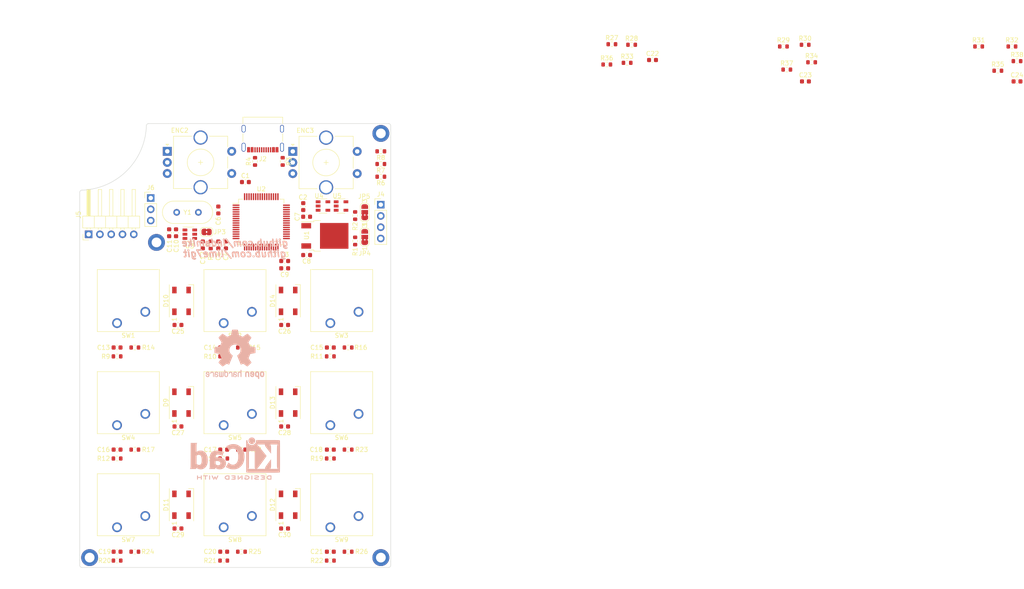
<source format=kicad_pcb>
(kicad_pcb (version 20171130) (host pcbnew "(5.1.9)-1")
  (layers (0 F.Cu signal) (31 B.Cu signal) (34 B.Paste user) (35 F.Paste user) (36 B.SilkS user) (37 F.SilkS user) (38 B.Mask user) (39 F.Mask user) (44 Edge.Cuts user))
  (net 0 "")
  (net 1 GND)
  (net 2 +3V3)
  (net 3 +5V)
  (net 4 "Net-(C9-Pad2)")
  (net 5 "Net-(C10-Pad1)")
  (net 6 "Net-(C11-Pad1)")
  (net 7 RST)
  (net 8 "Net-(C13-Pad1)")
  (net 9 "Net-(C14-Pad1)")
  (net 10 "Net-(C15-Pad1)")
  (net 11 "Net-(C16-Pad1)")
  (net 12 "Net-(C17-Pad1)")
  (net 13 "Net-(C18-Pad1)")
  (net 14 "Net-(C19-Pad1)")
  (net 15 "Net-(C20-Pad1)")
  (net 16 "Net-(C21-Pad1)")
  (net 17 "Net-(C22-Pad1)")
  (net 18 "Net-(C23-Pad1)")
  (net 19 "Net-(C24-Pad1)")
  (net 20 AMBILIGHT_LEDS)
  (net 21 "Net-(D11-Pad2)")
  (net 22 "Net-(D12-Pad2)")
  (net 23 "Net-(D13-Pad2)")
  (net 24 "Net-(J2-PadB5)")
  (net 25 "Net-(J2-PadA5)")
  (net 26 USB_DP)
  (net 27 USB_DM)
  (net 28 SWD_CLK)
  (net 29 SWD_DIO)
  (net 30 EXTERNAL_LEDS)
  (net 31 "Net-(JP3-Pad1)")
  (net 32 BOOT0)
  (net 33 BOOT1)
  (net 34 I2C_SDA_EEPROM)
  (net 35 I2C_SCL_EEPROM)
  (net 36 I2C_SCL_WP)
  (net 37 Button_1)
  (net 38 Button_2)
  (net 39 Button_3)
  (net 40 Button_4)
  (net 41 Button_5)
  (net 42 Button_6)
  (net 43 Button_7)
  (net 44 Button_8)
  (net 45 Button_9)
  (net 46 ENC_01_B)
  (net 47 ENC_01_A)
  (net 48 ENC_02_B)
  (net 49 ENC_02_A)
  (net 50 ENC_03_B)
  (net 51 ENC_03_A)
  (net 52 ENC_01_btn)
  (net 53 ENC_02_btn)
  (net 54 ENC_03_btn)
  (net 55 "Net-(D11-Pad4)")
  (net 56 "Net-(D10-Pad2)")
  (net 57 "Net-(D14-Pad2)")
  (net 58 "Net-(J2-PadA8)")
  (net 59 "Net-(J2-PadB8)")
  (net 60 "Net-(U2-Pad56)")
  (net 61 "Net-(U2-Pad55)")
  (net 62 "Net-(U2-Pad54)")
  (net 63 "Net-(U2-Pad50)")
  (net 64 "Net-(U2-Pad43)")
  (net 65 "Net-(U2-Pad40)")
  (net 66 "Net-(U2-Pad36)")
  (net 67 "Net-(U2-Pad35)")
  (net 68 "Net-(U2-Pad34)")
  (net 69 "Net-(U2-Pad33)")
  (net 70 "Net-(U2-Pad29)")
  (net 71 "Net-(U2-Pad27)")
  (net 72 "Net-(U2-Pad26)")
  (net 73 "Net-(U2-Pad21)")
  (net 74 "Net-(U2-Pad20)")
  (net 75 "Net-(U2-Pad17)")
  (net 76 "Net-(U2-Pad16)")
  (net 77 "Net-(U2-Pad4)")
  (net 78 "Net-(U2-Pad3)")
  (net 79 "Net-(U2-Pad2)")
  (net 80 "Net-(JP4-Pad2)")
  (net 81 "Net-(JP5-Pad2)")
  (module Symbol:OSHW-Logo2_14.6x12mm_SilkScreen (layer B.Cu) (at 89.540001 97.028 180)
    (fp_text reference REF** hide)
    (fp_text value OSHW-Logo2_14.6x12mm_SilkScreen hide)
  )
  (module Symbol:KiCad-Logo2_8mm_SilkScreen (layer B.Cu) (at 89.549893 119.6975 180)
    (fp_text reference REF** hide)
    (fp_text value KiCad-Logo2_8mm_SilkScreen hide)
  )
  (module Resistor_SMD:R_0603_1608Metric (layer F.Cu) (at 63 143.5)
    (fp_text reference R20 (at -2.802 0.01) (layer F.SilkS))
    (fp_text value R)
    (pad 2 smd roundrect (at 0.825 0) (size 0.8 0.95) (layers F.Cu F.Paste F.Mask) (net 14 "Net-(C19-Pad1)"))
    (pad 1 smd roundrect (at -0.825 0) (size 0.8 0.95) (layers F.Cu F.Paste F.Mask) (net 2 +3V3))
  )
  (module Resistor_SMD:R_0603_1608Metric (layer F.Cu) (at 111 120.5)
    (fp_text reference R19 (at -3.048 0) (layer F.SilkS))
    (fp_text value R)
    (pad 2 smd roundrect (at 0.825 0) (size 0.8 0.95) (layers F.Cu F.Paste F.Mask) (net 13 "Net-(C18-Pad1)"))
    (pad 1 smd roundrect (at -0.825 0) (size 0.8 0.95) (layers F.Cu F.Paste F.Mask) (net 2 +3V3))
  )
  (module Resistor_SMD:R_0603_1608Metric (layer F.Cu) (at 91 118.5)
    (fp_text reference R18 (at 3.048 -0.009) (layer F.SilkS))
    (fp_text value R)
    (pad 2 smd roundrect (at 0.825 0) (size 0.8 0.95) (layers F.Cu F.Paste F.Mask) (net 41 Button_5))
    (pad 1 smd roundrect (at -0.825 0) (size 0.8 0.95) (layers F.Cu F.Paste F.Mask) (net 12 "Net-(C17-Pad1)"))
  )
  (module Resistor_SMD:R_0603_1608Metric (layer F.Cu) (at 67 118.5)
    (fp_text reference R17 (at 3.048 0) (layer F.SilkS))
    (fp_text value R)
    (pad 2 smd roundrect (at 0.825 0) (size 0.8 0.95) (layers F.Cu F.Paste F.Mask) (net 40 Button_4))
    (pad 1 smd roundrect (at -0.825 0) (size 0.8 0.95) (layers F.Cu F.Paste F.Mask) (net 11 "Net-(C16-Pad1)"))
  )
  (module Resistor_SMD:R_0603_1608Metric (layer F.Cu) (at 115 95.5)
    (fp_text reference R16 (at 2.856 0.004) (layer F.SilkS))
    (fp_text value R)
    (pad 2 smd roundrect (at 0.825 0) (size 0.8 0.95) (layers F.Cu F.Paste F.Mask) (net 39 Button_3))
    (pad 1 smd roundrect (at -0.825 0) (size 0.8 0.95) (layers F.Cu F.Paste F.Mask) (net 10 "Net-(C15-Pad1)"))
  )
  (module Button_Switch_Keyboard:SW_Cherry_MX_1.00u_PCB (layer F.Cu) (at 63 136 180)
    (fp_text reference SW7 (at -2.54 -2.794) (layer F.SilkS))
    (fp_text value SW_Push)
    (pad "" np_thru_hole circle (at 2.54 5.08 180) (size 1.7 1.7) (drill 1.7) (layers *.Cu *.Mask))
    (pad "" np_thru_hole circle (at -7.62 5.08 180) (size 1.7 1.7) (drill 1.7) (layers *.Cu *.Mask))
    (pad "" np_thru_hole circle (at -2.54 5.08 180) (size 4 4) (drill 4) (layers *.Cu *.Mask))
    (pad 2 thru_hole circle (at -6.35 2.54 180) (size 2.2 2.2) (drill 1.5) (layers *.Cu *.Mask) (net 1 GND))
    (pad 1 thru_hole circle (at 0 0 180) (size 2.2 2.2) (drill 1.5) (layers *.Cu *.Mask) (net 14 "Net-(C19-Pad1)"))
  )
  (module Button_Switch_Keyboard:SW_Cherry_MX_1.00u_PCB (layer F.Cu) (at 63 113 180)
    (fp_text reference SW4 (at -2.54 -2.794) (layer F.SilkS))
    (fp_text value SW_Push)
    (pad "" np_thru_hole circle (at 2.54 5.08 180) (size 1.7 1.7) (drill 1.7) (layers *.Cu *.Mask))
    (pad "" np_thru_hole circle (at -7.62 5.08 180) (size 1.7 1.7) (drill 1.7) (layers *.Cu *.Mask))
    (pad "" np_thru_hole circle (at -2.54 5.08 180) (size 4 4) (drill 4) (layers *.Cu *.Mask))
    (pad 2 thru_hole circle (at -6.35 2.54 180) (size 2.2 2.2) (drill 1.5) (layers *.Cu *.Mask) (net 1 GND))
    (pad 1 thru_hole circle (at 0 0 180) (size 2.2 2.2) (drill 1.5) (layers *.Cu *.Mask) (net 11 "Net-(C16-Pad1)"))
  )
  (module Button_Switch_Keyboard:SW_Cherry_MX_1.00u_PCB (layer F.Cu) (at 111 136 180)
    (fp_text reference SW9 (at -2.54 -2.794) (layer F.SilkS))
    (fp_text value SW_Push)
    (pad "" np_thru_hole circle (at 2.54 5.08 180) (size 1.7 1.7) (drill 1.7) (layers *.Cu *.Mask))
    (pad "" np_thru_hole circle (at -7.62 5.08 180) (size 1.7 1.7) (drill 1.7) (layers *.Cu *.Mask))
    (pad "" np_thru_hole circle (at -2.54 5.08 180) (size 4 4) (drill 4) (layers *.Cu *.Mask))
    (pad 2 thru_hole circle (at -6.35 2.54 180) (size 2.2 2.2) (drill 1.5) (layers *.Cu *.Mask) (net 1 GND))
    (pad 1 thru_hole circle (at 0 0 180) (size 2.2 2.2) (drill 1.5) (layers *.Cu *.Mask) (net 16 "Net-(C21-Pad1)"))
  )
  (module Button_Switch_Keyboard:SW_Cherry_MX_1.00u_PCB (layer F.Cu) (at 87 136 180)
    (fp_text reference SW8 (at -2.54 -2.794) (layer F.SilkS))
    (fp_text value SW_Push)
    (pad "" np_thru_hole circle (at 2.54 5.08 180) (size 1.7 1.7) (drill 1.7) (layers *.Cu *.Mask))
    (pad "" np_thru_hole circle (at -7.62 5.08 180) (size 1.7 1.7) (drill 1.7) (layers *.Cu *.Mask))
    (pad "" np_thru_hole circle (at -2.54 5.08 180) (size 4 4) (drill 4) (layers *.Cu *.Mask))
    (pad 2 thru_hole circle (at -6.35 2.54 180) (size 2.2 2.2) (drill 1.5) (layers *.Cu *.Mask) (net 1 GND))
    (pad 1 thru_hole circle (at 0 0 180) (size 2.2 2.2) (drill 1.5) (layers *.Cu *.Mask) (net 15 "Net-(C20-Pad1)"))
  )
  (module Button_Switch_Keyboard:SW_Cherry_MX_1.00u_PCB (layer F.Cu) (at 111 113 180)
    (fp_text reference SW6 (at -2.54 -2.794) (layer F.SilkS))
    (fp_text value SW_Push)
    (pad "" np_thru_hole circle (at 2.54 5.08 180) (size 1.7 1.7) (drill 1.7) (layers *.Cu *.Mask))
    (pad "" np_thru_hole circle (at -7.62 5.08 180) (size 1.7 1.7) (drill 1.7) (layers *.Cu *.Mask))
    (pad "" np_thru_hole circle (at -2.54 5.08 180) (size 4 4) (drill 4) (layers *.Cu *.Mask))
    (pad 2 thru_hole circle (at -6.35 2.54 180) (size 2.2 2.2) (drill 1.5) (layers *.Cu *.Mask) (net 1 GND))
    (pad 1 thru_hole circle (at 0 0 180) (size 2.2 2.2) (drill 1.5) (layers *.Cu *.Mask) (net 13 "Net-(C18-Pad1)"))
  )
  (module Button_Switch_Keyboard:SW_Cherry_MX_1.00u_PCB (layer F.Cu) (at 87 113 180)
    (fp_text reference SW5 (at -2.54 -2.794) (layer F.SilkS))
    (fp_text value SW_Push)
    (pad "" np_thru_hole circle (at 2.54 5.08 180) (size 1.7 1.7) (drill 1.7) (layers *.Cu *.Mask))
    (pad "" np_thru_hole circle (at -7.62 5.08 180) (size 1.7 1.7) (drill 1.7) (layers *.Cu *.Mask))
    (pad "" np_thru_hole circle (at -2.54 5.08 180) (size 4 4) (drill 4) (layers *.Cu *.Mask))
    (pad 2 thru_hole circle (at -6.35 2.54 180) (size 2.2 2.2) (drill 1.5) (layers *.Cu *.Mask) (net 1 GND))
    (pad 1 thru_hole circle (at 0 0 180) (size 2.2 2.2) (drill 1.5) (layers *.Cu *.Mask) (net 12 "Net-(C17-Pad1)"))
  )
  (module Button_Switch_Keyboard:SW_Cherry_MX_1.00u_PCB (layer F.Cu) (at 111 90 180)
    (fp_text reference SW3 (at -2.54 -2.794) (layer F.SilkS))
    (fp_text value SW_Push3)
    (pad "" np_thru_hole circle (at 2.54 5.08 180) (size 1.7 1.7) (drill 1.7) (layers *.Cu *.Mask))
    (pad "" np_thru_hole circle (at -7.62 5.08 180) (size 1.7 1.7) (drill 1.7) (layers *.Cu *.Mask))
    (pad "" np_thru_hole circle (at -2.54 5.08 180) (size 4 4) (drill 4) (layers *.Cu *.Mask))
    (pad 2 thru_hole circle (at -6.35 2.54 180) (size 2.2 2.2) (drill 1.5) (layers *.Cu *.Mask) (net 1 GND))
    (pad 1 thru_hole circle (at 0 0 180) (size 2.2 2.2) (drill 1.5) (layers *.Cu *.Mask) (net 10 "Net-(C15-Pad1)"))
  )
  (module Button_Switch_Keyboard:SW_Cherry_MX_1.00u_PCB (layer F.Cu) (at 87 90 180)
    (fp_text reference SW2 (at -2.54 -2.794) (layer F.SilkS))
    (fp_text value SW_Push2)
    (pad "" np_thru_hole circle (at 2.54 5.08 180) (size 1.7 1.7) (drill 1.7) (layers *.Cu *.Mask))
    (pad "" np_thru_hole circle (at -7.62 5.08 180) (size 1.7 1.7) (drill 1.7) (layers *.Cu *.Mask))
    (pad "" np_thru_hole circle (at -2.54 5.08 180) (size 4 4) (drill 4) (layers *.Cu *.Mask))
    (pad 2 thru_hole circle (at -6.35 2.54 180) (size 2.2 2.2) (drill 1.5) (layers *.Cu *.Mask) (net 1 GND))
    (pad 1 thru_hole circle (at 0 0 180) (size 2.2 2.2) (drill 1.5) (layers *.Cu *.Mask) (net 9 "Net-(C14-Pad1)"))
  )
  (module Jumper:SolderJumper-3_P1.3mm_Bridged2Bar12_RoundedPad1.0x1.5mm_NumberLabels (layer F.Cu) (at 118.745 65.024 90)
    (fp_text reference JP5 (at 3.556 -0.127 180) (layer F.SilkS))
    (fp_text value SolderJumper_3_Open)
    (fp_poly (pts (xy -0.9 0.2) (xy -0.4 0.2) (xy -0.4 0.6) (xy -0.9 0.6)) (layer F.Cu) (width 0))
    (fp_poly (pts (xy -0.9 -0.6) (xy -0.4 -0.6) (xy -0.4 -0.2) (xy -0.9 -0.2)) (layer F.Cu) (width 0))
    (fp_text user 1 (at -2.6 0 90) (layer F.SilkS))
    (fp_text user 3 (at 2.6 0 90) (layer F.SilkS))
    (pad 1 smd custom (at -1.3 0 90) (size 1 0.5) (layers F.Cu F.Mask) (net 1 GND) (options (clearance outline) (anchor rect)) (primitives (gr_circle (center 0 0.25) (end 0.5 0.25) (width 0)) (gr_circle (center 0 -0.25) (end 0.5 -0.25) (width 0)) (gr_poly (pts (xy 0.55 -0.75) (xy 0 -0.75) (xy 0 0.75) (xy 0.55 0.75)) (width 0))))
    (pad 2 smd rect (at 0 0 90) (size 1 1.5) (layers F.Cu F.Mask) (net 81 "Net-(JP5-Pad2)"))
    (pad 3 smd custom (at 1.3 0 90) (size 1 0.5) (layers F.Cu F.Mask) (net 2 +3V3) (options (clearance outline) (anchor rect)) (primitives (gr_circle (center 0 0.25) (end 0.5 0.25) (width 0)) (gr_circle (center 0 -0.25) (end 0.5 -0.25) (width 0)) (gr_poly (pts (xy -0.55 -0.75) (xy 0 -0.75) (xy 0 0.75) (xy -0.55 0.75)) (width 0))))
  )
  (module Jumper:SolderJumper-3_P1.3mm_Bridged2Bar12_RoundedPad1.0x1.5mm_NumberLabels (layer F.Cu) (at 118.745 70.612 90)
    (fp_text reference JP4 (at -3.683 0 180) (layer F.SilkS))
    (fp_text value SolderJumper_3_Open)
    (fp_poly (pts (xy -0.9 0.2) (xy -0.4 0.2) (xy -0.4 0.6) (xy -0.9 0.6)) (layer F.Cu) (width 0))
    (fp_poly (pts (xy -0.9 -0.6) (xy -0.4 -0.6) (xy -0.4 -0.2) (xy -0.9 -0.2)) (layer F.Cu) (width 0))
    (fp_text user 1 (at -2.6 0 90) (layer F.SilkS))
    (fp_text user 3 (at 2.6 0 90) (layer F.SilkS))
    (pad 1 smd custom (at -1.3 0 90) (size 1 0.5) (layers F.Cu F.Mask) (net 2 +3V3) (options (clearance outline) (anchor rect)) (primitives (gr_circle (center 0 0.25) (end 0.5 0.25) (width 0)) (gr_circle (center 0 -0.25) (end 0.5 -0.25) (width 0)) (gr_poly (pts (xy 0.55 -0.75) (xy 0 -0.75) (xy 0 0.75) (xy 0.55 0.75)) (width 0))))
    (pad 2 smd rect (at 0 0 90) (size 1 1.5) (layers F.Cu F.Mask) (net 80 "Net-(JP4-Pad2)"))
    (pad 3 smd custom (at 1.3 0 90) (size 1 0.5) (layers F.Cu F.Mask) (net 1 GND) (options (clearance outline) (anchor rect)) (primitives (gr_circle (center 0 0.25) (end 0.5 0.25) (width 0)) (gr_circle (center 0 -0.25) (end 0.5 -0.25) (width 0)) (gr_poly (pts (xy -0.55 -0.75) (xy 0 -0.75) (xy 0 0.75) (xy -0.55 0.75)) (width 0))))
  )
  (module MountingHole:MountingHole_2.2mm_M2_DIN965_Pad (layer F.Cu) (at 71.875 71.825)
    (fp_text reference REF** hide)
    (fp_text value MountingHole_2.2mm_M2_DIN965_Pad hide)
    (pad 1 thru_hole circle (at 0 0) (size 3.8 3.8) (drill 2.2) (layers *.Cu *.Mask))
  )
  (module MountingHole:MountingHole_2.2mm_M2_DIN965_Pad (layer F.Cu) (at 122.375 142.825)
    (fp_text reference REF** hide)
    (fp_text value MountingHole_2.2mm_M2_DIN965_Pad hide)
    (pad 1 thru_hole circle (at 0 0) (size 3.8 3.8) (drill 2.2) (layers *.Cu *.Mask))
  )
  (module MountingHole:MountingHole_2.2mm_M2_DIN965_Pad (layer F.Cu) (at 56.825 142.825)
    (fp_text reference REF** hide)
    (fp_text value MountingHole_2.2mm_M2_DIN965_Pad hide)
    (pad 1 thru_hole circle (at 0 0) (size 3.8 3.8) (drill 2.2) (layers *.Cu *.Mask))
  )
  (module MountingHole:MountingHole_2.2mm_M2_DIN965_Pad (layer F.Cu) (at 122.375 47.275)
    (fp_text reference REF** hide)
    (fp_text value MountingHole_2.2mm_M2_DIN965_Pad hide)
    (pad 1 thru_hole circle (at 0 0) (size 3.8 3.8) (drill 2.2) (layers *.Cu *.Mask))
  )
  (module Connector_PinHeader_2.54mm:PinHeader_1x05_P2.54mm_Horizontal (layer F.Cu) (at 56.6 70 90)
    (fp_text reference J5 (at 4.385 -2.27 90) (layer F.SilkS))
    (fp_text value Conn_01x05_Male)
    (pad 5 thru_hole oval (at 0 10.16 90) (size 1.7 1.7) (drill 1) (layers *.Cu *.Mask) (net 1 GND))
    (pad 4 thru_hole oval (at 0 7.62 90) (size 1.7 1.7) (drill 1) (layers *.Cu *.Mask) (net 1 GND))
    (pad 3 thru_hole oval (at 0 5.08 90) (size 1.7 1.7) (drill 1) (layers *.Cu *.Mask) (net 17 "Net-(C22-Pad1)"))
    (pad 2 thru_hole oval (at 0 2.54 90) (size 1.7 1.7) (drill 1) (layers *.Cu *.Mask) (net 47 ENC_01_A))
    (pad 1 thru_hole rect (at 0 0 90) (size 1.7 1.7) (drill 1) (layers *.Cu *.Mask) (net 46 ENC_01_B))
  )
  (module Button_Switch_Keyboard:SW_Cherry_MX_1.00u_PCB (layer F.Cu) (at 63 90 180)
    (fp_text reference SW1 (at -2.54 -2.794) (layer F.SilkS))
    (fp_text value SW_Push1)
    (pad "" np_thru_hole circle (at 2.54 5.08 180) (size 1.7 1.7) (drill 1.7) (layers *.Cu *.Mask))
    (pad "" np_thru_hole circle (at -7.62 5.08 180) (size 1.7 1.7) (drill 1.7) (layers *.Cu *.Mask))
    (pad "" np_thru_hole circle (at -2.54 5.08 180) (size 4 4) (drill 4) (layers *.Cu *.Mask))
    (pad 2 thru_hole circle (at -6.35 2.54 180) (size 2.2 2.2) (drill 1.5) (layers *.Cu *.Mask) (net 1 GND))
    (pad 1 thru_hole circle (at 0 0 180) (size 2.2 2.2) (drill 1.5) (layers *.Cu *.Mask) (net 8 "Net-(C13-Pad1)"))
  )
  (module Crystal:Crystal_HC49-U_Vertical (layer F.Cu) (at 81.3 65.05 180)
    (fp_text reference Y1 (at 2.45 0) (layer F.SilkS))
    (fp_text value Crystal_Small)
    (pad 2 thru_hole circle (at 4.88 0 180) (size 1.5 1.5) (drill 0.8) (layers *.Cu *.Mask) (net 6 "Net-(C11-Pad1)"))
    (pad 1 thru_hole circle (at 0 0 180) (size 1.5 1.5) (drill 0.8) (layers *.Cu *.Mask) (net 5 "Net-(C10-Pad1)"))
  )
  (module Package_TO_SOT_SMD:SOT-23-5 (layer F.Cu) (at 113.411 63.627)
    (fp_text reference U5 (at -0.889 -2.286) (layer F.SilkS))
    (fp_text value AT24CS02-STUM)
    (pad 5 smd rect (at 1.1 -0.95) (size 1.06 0.65) (layers F.Cu F.Paste F.Mask) (net 36 I2C_SCL_WP))
    (pad 4 smd rect (at 1.1 0.95) (size 1.06 0.65) (layers F.Cu F.Paste F.Mask) (net 2 +3V3))
    (pad 3 smd rect (at -1.1 0.95) (size 1.06 0.65) (layers F.Cu F.Paste F.Mask) (net 34 I2C_SDA_EEPROM))
    (pad 2 smd rect (at -1.1 0) (size 1.06 0.65) (layers F.Cu F.Paste F.Mask) (net 1 GND))
    (pad 1 smd rect (at -1.1 -0.95) (size 1.06 0.65) (layers F.Cu F.Paste F.Mask) (net 35 I2C_SCL_EEPROM))
  )
  (module Package_TO_SOT_SMD:SOT-23-5 (layer F.Cu) (at 109.347 63.627)
    (fp_text reference U4 (at -0.889 -2.286) (layer F.SilkS))
    (fp_text value AT24CS02-STUM)
    (pad 5 smd rect (at 1.1 -0.95) (size 1.06 0.65) (layers F.Cu F.Paste F.Mask) (net 36 I2C_SCL_WP))
    (pad 4 smd rect (at 1.1 0.95) (size 1.06 0.65) (layers F.Cu F.Paste F.Mask) (net 2 +3V3))
    (pad 3 smd rect (at -1.1 0.95) (size 1.06 0.65) (layers F.Cu F.Paste F.Mask) (net 34 I2C_SDA_EEPROM))
    (pad 2 smd rect (at -1.1 0) (size 1.06 0.65) (layers F.Cu F.Paste F.Mask) (net 1 GND))
    (pad 1 smd rect (at -1.1 -0.95) (size 1.06 0.65) (layers F.Cu F.Paste F.Mask) (net 35 I2C_SCL_EEPROM))
  )
  (module Package_TO_SOT_SMD:SOT-23-6 (layer F.Cu) (at 79.375 69.977)
    (fp_text reference U3 (at 0 2.667) (layer F.SilkS))
    (fp_text value 74LVC1G332)
    (pad 5 smd rect (at 1.1 0) (size 1.06 0.65) (layers F.Cu F.Paste F.Mask) (net 2 +3V3))
    (pad 6 smd rect (at 1.1 -0.95) (size 1.06 0.65) (layers F.Cu F.Paste F.Mask) (net 37 Button_1))
    (pad 4 smd rect (at 1.1 0.95) (size 1.06 0.65) (layers F.Cu F.Paste F.Mask) (net 31 "Net-(JP3-Pad1)"))
    (pad 3 smd rect (at -1.1 0.95) (size 1.06 0.65) (layers F.Cu F.Paste F.Mask) (net 45 Button_9))
    (pad 2 smd rect (at -1.1 0) (size 1.06 0.65) (layers F.Cu F.Paste F.Mask) (net 1 GND))
    (pad 1 smd rect (at -1.1 -0.95) (size 1.06 0.65) (layers F.Cu F.Paste F.Mask) (net 41 Button_5))
  )
  (module Package_QFP:LQFP-64_10x10mm_P0.5mm (layer F.Cu) (at 95.45 67.2)
    (fp_text reference U2 (at 0 -7.4) (layer F.SilkS))
    (fp_text value STM32F401RCTx)
    (pad 64 smd roundrect (at -3.75 -5.675) (size 0.3 1.55) (layers F.Cu F.Paste F.Mask) (net 2 +3V3))
    (pad 63 smd roundrect (at -3.25 -5.675) (size 0.3 1.55) (layers F.Cu F.Paste F.Mask) (net 1 GND))
    (pad 62 smd roundrect (at -2.75 -5.675) (size 0.3 1.55) (layers F.Cu F.Paste F.Mask) (net 20 AMBILIGHT_LEDS))
    (pad 61 smd roundrect (at -2.25 -5.675) (size 0.3 1.55) (layers F.Cu F.Paste F.Mask) (net 30 EXTERNAL_LEDS))
    (pad 60 smd roundrect (at -1.75 -5.675) (size 0.3 1.55) (layers F.Cu F.Paste F.Mask) (net 32 BOOT0))
    (pad 59 smd roundrect (at -1.25 -5.675) (size 0.3 1.55) (layers F.Cu F.Paste F.Mask) (net 34 I2C_SDA_EEPROM))
    (pad 58 smd roundrect (at -0.75 -5.675) (size 0.3 1.55) (layers F.Cu F.Paste F.Mask) (net 35 I2C_SCL_EEPROM))
    (pad 57 smd roundrect (at -0.25 -5.675) (size 0.3 1.55) (layers F.Cu F.Paste F.Mask) (net 36 I2C_SCL_WP))
    (pad 56 smd roundrect (at 0.25 -5.675) (size 0.3 1.55) (layers F.Cu F.Paste F.Mask) (net 60 "Net-(U2-Pad56)"))
    (pad 55 smd roundrect (at 0.75 -5.675) (size 0.3 1.55) (layers F.Cu F.Paste F.Mask) (net 61 "Net-(U2-Pad55)"))
    (pad 54 smd roundrect (at 1.25 -5.675) (size 0.3 1.55) (layers F.Cu F.Paste F.Mask) (net 62 "Net-(U2-Pad54)"))
    (pad 53 smd roundrect (at 1.75 -5.675) (size 0.3 1.55) (layers F.Cu F.Paste F.Mask) (net 54 ENC_03_btn))
    (pad 52 smd roundrect (at 2.25 -5.675) (size 0.3 1.55) (layers F.Cu F.Paste F.Mask) (net 53 ENC_02_btn))
    (pad 51 smd roundrect (at 2.75 -5.675) (size 0.3 1.55) (layers F.Cu F.Paste F.Mask) (net 52 ENC_01_btn))
    (pad 50 smd roundrect (at 3.25 -5.675) (size 0.3 1.55) (layers F.Cu F.Paste F.Mask) (net 63 "Net-(U2-Pad50)"))
    (pad 49 smd roundrect (at 3.75 -5.675) (size 0.3 1.55) (layers F.Cu F.Paste F.Mask) (net 28 SWD_CLK))
    (pad 48 smd roundrect (at 5.675 -3.75) (size 1.55 0.3) (layers F.Cu F.Paste F.Mask) (net 2 +3V3))
    (pad 47 smd roundrect (at 5.675 -3.25) (size 1.55 0.3) (layers F.Cu F.Paste F.Mask) (net 1 GND))
    (pad 46 smd roundrect (at 5.675 -2.75) (size 1.55 0.3) (layers F.Cu F.Paste F.Mask) (net 29 SWD_DIO))
    (pad 45 smd roundrect (at 5.675 -2.25) (size 1.55 0.3) (layers F.Cu F.Paste F.Mask) (net 27 USB_DM))
    (pad 44 smd roundrect (at 5.675 -1.75) (size 1.55 0.3) (layers F.Cu F.Paste F.Mask) (net 26 USB_DP))
    (pad 43 smd roundrect (at 5.675 -1.25) (size 1.55 0.3) (layers F.Cu F.Paste F.Mask) (net 64 "Net-(U2-Pad43)"))
    (pad 42 smd roundrect (at 5.675 -0.75) (size 1.55 0.3) (layers F.Cu F.Paste F.Mask) (net 50 ENC_03_B))
    (pad 41 smd roundrect (at 5.675 -0.25) (size 1.55 0.3) (layers F.Cu F.Paste F.Mask) (net 51 ENC_03_A))
    (pad 40 smd roundrect (at 5.675 0.25) (size 1.55 0.3) (layers F.Cu F.Paste F.Mask) (net 65 "Net-(U2-Pad40)"))
    (pad 39 smd roundrect (at 5.675 0.75) (size 1.55 0.3) (layers F.Cu F.Paste F.Mask) (net 45 Button_9))
    (pad 38 smd roundrect (at 5.675 1.25) (size 1.55 0.3) (layers F.Cu F.Paste F.Mask) (net 44 Button_8))
    (pad 37 smd roundrect (at 5.675 1.75) (size 1.55 0.3) (layers F.Cu F.Paste F.Mask) (net 43 Button_7))
    (pad 36 smd roundrect (at 5.675 2.25) (size 1.55 0.3) (layers F.Cu F.Paste F.Mask) (net 66 "Net-(U2-Pad36)"))
    (pad 35 smd roundrect (at 5.675 2.75) (size 1.55 0.3) (layers F.Cu F.Paste F.Mask) (net 67 "Net-(U2-Pad35)"))
    (pad 34 smd roundrect (at 5.675 3.25) (size 1.55 0.3) (layers F.Cu F.Paste F.Mask) (net 68 "Net-(U2-Pad34)"))
    (pad 33 smd roundrect (at 5.675 3.75) (size 1.55 0.3) (layers F.Cu F.Paste F.Mask) (net 69 "Net-(U2-Pad33)"))
    (pad 32 smd roundrect (at 3.75 5.675) (size 0.3 1.55) (layers F.Cu F.Paste F.Mask) (net 2 +3V3))
    (pad 31 smd roundrect (at 3.25 5.675) (size 0.3 1.55) (layers F.Cu F.Paste F.Mask) (net 1 GND))
    (pad 30 smd roundrect (at 2.75 5.675) (size 0.3 1.55) (layers F.Cu F.Paste F.Mask) (net 4 "Net-(C9-Pad2)"))
    (pad 29 smd roundrect (at 2.25 5.675) (size 0.3 1.55) (layers F.Cu F.Paste F.Mask) (net 70 "Net-(U2-Pad29)"))
    (pad 28 smd roundrect (at 1.75 5.675) (size 0.3 1.55) (layers F.Cu F.Paste F.Mask) (net 33 BOOT1))
    (pad 27 smd roundrect (at 1.25 5.675) (size 0.3 1.55) (layers F.Cu F.Paste F.Mask) (net 71 "Net-(U2-Pad27)"))
    (pad 26 smd roundrect (at 0.75 5.675) (size 0.3 1.55) (layers F.Cu F.Paste F.Mask) (net 72 "Net-(U2-Pad26)"))
    (pad 25 smd roundrect (at 0.25 5.675) (size 0.3 1.55) (layers F.Cu F.Paste F.Mask) (net 42 Button_6))
    (pad 24 smd roundrect (at -0.25 5.675) (size 0.3 1.55) (layers F.Cu F.Paste F.Mask) (net 41 Button_5))
    (pad 23 smd roundrect (at -0.75 5.675) (size 0.3 1.55) (layers F.Cu F.Paste F.Mask) (net 48 ENC_02_B))
    (pad 22 smd roundrect (at -1.25 5.675) (size 0.3 1.55) (layers F.Cu F.Paste F.Mask) (net 49 ENC_02_A))
    (pad 21 smd roundrect (at -1.75 5.675) (size 0.3 1.55) (layers F.Cu F.Paste F.Mask) (net 73 "Net-(U2-Pad21)"))
    (pad 20 smd roundrect (at -2.25 5.675) (size 0.3 1.55) (layers F.Cu F.Paste F.Mask) (net 74 "Net-(U2-Pad20)"))
    (pad 19 smd roundrect (at -2.75 5.675) (size 0.3 1.55) (layers F.Cu F.Paste F.Mask) (net 2 +3V3))
    (pad 18 smd roundrect (at -3.25 5.675) (size 0.3 1.55) (layers F.Cu F.Paste F.Mask) (net 1 GND))
    (pad 17 smd roundrect (at -3.75 5.675) (size 0.3 1.55) (layers F.Cu F.Paste F.Mask) (net 75 "Net-(U2-Pad17)"))
    (pad 16 smd roundrect (at -5.675 3.75) (size 1.55 0.3) (layers F.Cu F.Paste F.Mask) (net 76 "Net-(U2-Pad16)"))
    (pad 15 smd roundrect (at -5.675 3.25) (size 1.55 0.3) (layers F.Cu F.Paste F.Mask) (net 46 ENC_01_B))
    (pad 14 smd roundrect (at -5.675 2.75) (size 1.55 0.3) (layers F.Cu F.Paste F.Mask) (net 47 ENC_01_A))
    (pad 13 smd roundrect (at -5.675 2.25) (size 1.55 0.3) (layers F.Cu F.Paste F.Mask) (net 2 +3V3))
    (pad 12 smd roundrect (at -5.675 1.75) (size 1.55 0.3) (layers F.Cu F.Paste F.Mask) (net 1 GND))
    (pad 11 smd roundrect (at -5.675 1.25) (size 1.55 0.3) (layers F.Cu F.Paste F.Mask) (net 40 Button_4))
    (pad 10 smd roundrect (at -5.675 0.75) (size 1.55 0.3) (layers F.Cu F.Paste F.Mask) (net 39 Button_3))
    (pad 9 smd roundrect (at -5.675 0.25) (size 1.55 0.3) (layers F.Cu F.Paste F.Mask) (net 38 Button_2))
    (pad 8 smd roundrect (at -5.675 -0.25) (size 1.55 0.3) (layers F.Cu F.Paste F.Mask) (net 37 Button_1))
    (pad 7 smd roundrect (at -5.675 -0.75) (size 1.55 0.3) (layers F.Cu F.Paste F.Mask) (net 7 RST))
    (pad 6 smd roundrect (at -5.675 -1.25) (size 1.55 0.3) (layers F.Cu F.Paste F.Mask) (net 6 "Net-(C11-Pad1)"))
    (pad 5 smd roundrect (at -5.675 -1.75) (size 1.55 0.3) (layers F.Cu F.Paste F.Mask) (net 5 "Net-(C10-Pad1)"))
    (pad 4 smd roundrect (at -5.675 -2.25) (size 1.55 0.3) (layers F.Cu F.Paste F.Mask) (net 77 "Net-(U2-Pad4)"))
    (pad 3 smd roundrect (at -5.675 -2.75) (size 1.55 0.3) (layers F.Cu F.Paste F.Mask) (net 78 "Net-(U2-Pad3)"))
    (pad 2 smd roundrect (at -5.675 -3.25) (size 1.55 0.3) (layers F.Cu F.Paste F.Mask) (net 79 "Net-(U2-Pad2)"))
    (pad 1 smd roundrect (at -5.675 -3.75) (size 1.55 0.3) (layers F.Cu F.Paste F.Mask) (net 2 +3V3))
  )
  (module Package_TO_SOT_SMD:TO-252-2 (layer F.Cu) (at 109.775 70.35)
    (fp_text reference U1 (at -4.111 -0.119 90) (layer F.SilkS))
    (fp_text value LF33_TO252)
    (pad 2 smd rect (at 2.1 0) (size 6.4 5.8) (layers F.Cu F.Mask) (net 1 GND))
    (pad 3 smd rect (at -4.2 2.28) (size 2.2 1.2) (layers F.Cu F.Paste F.Mask) (net 2 +3V3))
    (pad 1 smd rect (at -4.2 -2.28) (size 2.2 1.2) (layers F.Cu F.Paste F.Mask) (net 3 +5V))
  )
  (module Rotary_Encoder:RotaryEncoder_Alps_EC11E-Switch_Vertical_H20mm_CircularMountingHoles (layer F.Cu) (at 102.55 51.325)
    (fp_text reference ENC3 (at 2.8 -4.7) (layer F.SilkS))
    (fp_text value EN_03)
    (pad A thru_hole rect (at 0 0) (size 2 2) (drill 1) (layers *.Cu *.Mask) (net 51 ENC_03_A))
    (pad C thru_hole circle (at 0 2.5) (size 2 2) (drill 1) (layers *.Cu *.Mask) (net 1 GND))
    (pad B thru_hole circle (at 0 5) (size 2 2) (drill 1) (layers *.Cu *.Mask) (net 50 ENC_03_B))
    (pad MP thru_hole circle (at 7.5 -3.1) (size 3.2 3.2) (drill 2.6) (layers *.Cu *.Mask))
    (pad MP thru_hole circle (at 7.5 8.1) (size 3.2 3.2) (drill 2.6) (layers *.Cu *.Mask))
    (pad S2 thru_hole circle (at 14.5 0) (size 2 2) (drill 1) (layers *.Cu *.Mask) (net 1 GND))
    (pad S1 thru_hole circle (at 14.5 5) (size 2 2) (drill 1) (layers *.Cu *.Mask) (net 19 "Net-(C24-Pad1)"))
  )
  (module Rotary_Encoder:RotaryEncoder_Alps_EC11E-Switch_Vertical_H20mm_CircularMountingHoles (layer F.Cu) (at 74.3 51.3)
    (fp_text reference ENC2 (at 2.8 -4.7) (layer F.SilkS))
    (fp_text value EN_02)
    (pad A thru_hole rect (at 0 0) (size 2 2) (drill 1) (layers *.Cu *.Mask) (net 49 ENC_02_A))
    (pad C thru_hole circle (at 0 2.5) (size 2 2) (drill 1) (layers *.Cu *.Mask) (net 1 GND))
    (pad B thru_hole circle (at 0 5) (size 2 2) (drill 1) (layers *.Cu *.Mask) (net 48 ENC_02_B))
    (pad MP thru_hole circle (at 7.5 -3.1) (size 3.2 3.2) (drill 2.6) (layers *.Cu *.Mask))
    (pad MP thru_hole circle (at 7.5 8.1) (size 3.2 3.2) (drill 2.6) (layers *.Cu *.Mask))
    (pad S2 thru_hole circle (at 14.5 0) (size 2 2) (drill 1) (layers *.Cu *.Mask) (net 1 GND))
    (pad S1 thru_hole circle (at 14.5 5) (size 2 2) (drill 1) (layers *.Cu *.Mask) (net 18 "Net-(C23-Pad1)"))
  )
  (module Resistor_SMD:R_0603_1608Metric (layer F.Cu) (at 265.557 30.988)
    (fp_text reference R38 (at 0 -1.43) (layer F.SilkS))
    (fp_text value R)
    (pad 2 smd roundrect (at 0.825 0) (size 0.8 0.95) (layers F.Cu F.Paste F.Mask) (net 54 ENC_03_btn))
    (pad 1 smd roundrect (at -0.825 0) (size 0.8 0.95) (layers F.Cu F.Paste F.Mask) (net 19 "Net-(C24-Pad1)"))
  )
  (module Resistor_SMD:R_0603_1608Metric (layer F.Cu) (at 213.741 32.893)
    (fp_text reference R37 (at 0 -1.43) (layer F.SilkS))
    (fp_text value R)
    (pad 2 smd roundrect (at 0.825 0) (size 0.8 0.95) (layers F.Cu F.Paste F.Mask) (net 53 ENC_02_btn))
    (pad 1 smd roundrect (at -0.825 0) (size 0.8 0.95) (layers F.Cu F.Paste F.Mask) (net 18 "Net-(C23-Pad1)"))
  )
  (module Resistor_SMD:R_0603_1608Metric (layer F.Cu) (at 173.228 31.75)
    (fp_text reference R36 (at 0 -1.43) (layer F.SilkS))
    (fp_text value R)
    (pad 2 smd roundrect (at 0.825 0) (size 0.8 0.95) (layers F.Cu F.Paste F.Mask) (net 52 ENC_01_btn))
    (pad 1 smd roundrect (at -0.825 0) (size 0.8 0.95) (layers F.Cu F.Paste F.Mask) (net 17 "Net-(C22-Pad1)"))
  )
  (module Resistor_SMD:R_0603_1608Metric (layer F.Cu) (at 261.239 33.147)
    (fp_text reference R35 (at 0 -1.43) (layer F.SilkS))
    (fp_text value R)
    (pad 2 smd roundrect (at 0.825 0) (size 0.8 0.95) (layers F.Cu F.Paste F.Mask) (net 19 "Net-(C24-Pad1)"))
    (pad 1 smd roundrect (at -0.825 0) (size 0.8 0.95) (layers F.Cu F.Paste F.Mask) (net 2 +3V3))
  )
  (module Resistor_SMD:R_0603_1608Metric (layer F.Cu) (at 219.329 31.242)
    (fp_text reference R34 (at 0 -1.43) (layer F.SilkS))
    (fp_text value R)
    (pad 2 smd roundrect (at 0.825 0) (size 0.8 0.95) (layers F.Cu F.Paste F.Mask) (net 18 "Net-(C23-Pad1)"))
    (pad 1 smd roundrect (at -0.825 0) (size 0.8 0.95) (layers F.Cu F.Paste F.Mask) (net 2 +3V3))
  )
  (module Resistor_SMD:R_0603_1608Metric (layer F.Cu) (at 177.8 31.369)
    (fp_text reference R33 (at 0 -1.43) (layer F.SilkS))
    (fp_text value R)
    (pad 2 smd roundrect (at 0.825 0) (size 0.8 0.95) (layers F.Cu F.Paste F.Mask) (net 17 "Net-(C22-Pad1)"))
    (pad 1 smd roundrect (at -0.825 0) (size 0.8 0.95) (layers F.Cu F.Paste F.Mask) (net 2 +3V3))
  )
  (module Resistor_SMD:R_0603_1608Metric (layer F.Cu) (at 264.414 27.686)
    (fp_text reference R32 (at 0 -1.43) (layer F.SilkS))
    (fp_text value R)
    (pad 2 smd roundrect (at 0.825 0) (size 0.8 0.95) (layers F.Cu F.Paste F.Mask) (net 51 ENC_03_A))
    (pad 1 smd roundrect (at -0.825 0) (size 0.8 0.95) (layers F.Cu F.Paste F.Mask) (net 2 +3V3))
  )
  (module Resistor_SMD:R_0603_1608Metric (layer F.Cu) (at 256.921 27.686)
    (fp_text reference R31 (at 0 -1.43) (layer F.SilkS))
    (fp_text value R)
    (pad 2 smd roundrect (at 0.825 0) (size 0.8 0.95) (layers F.Cu F.Paste F.Mask) (net 2 +3V3))
    (pad 1 smd roundrect (at -0.825 0) (size 0.8 0.95) (layers F.Cu F.Paste F.Mask) (net 50 ENC_03_B))
  )
  (module Resistor_SMD:R_0603_1608Metric (layer F.Cu) (at 217.869 27.305)
    (fp_text reference R30 (at 0 -1.43) (layer F.SilkS))
    (fp_text value R)
    (pad 2 smd roundrect (at 0.825 0) (size 0.8 0.95) (layers F.Cu F.Paste F.Mask) (net 49 ENC_02_A))
    (pad 1 smd roundrect (at -0.825 0) (size 0.8 0.95) (layers F.Cu F.Paste F.Mask) (net 2 +3V3))
  )
  (module Resistor_SMD:R_0603_1608Metric (layer F.Cu) (at 212.979 27.686)
    (fp_text reference R29 (at 0 -1.43) (layer F.SilkS))
    (fp_text value R)
    (pad 2 smd roundrect (at 0.825 0) (size 0.8 0.95) (layers F.Cu F.Paste F.Mask) (net 2 +3V3))
    (pad 1 smd roundrect (at -0.825 0) (size 0.8 0.95) (layers F.Cu F.Paste F.Mask) (net 48 ENC_02_B))
  )
  (module Resistor_SMD:R_0603_1608Metric (layer F.Cu) (at 178.816 27.305)
    (fp_text reference R28 (at 0 -1.43) (layer F.SilkS))
    (fp_text value R)
    (pad 2 smd roundrect (at 0.825 0) (size 0.8 0.95) (layers F.Cu F.Paste F.Mask) (net 47 ENC_01_A))
    (pad 1 smd roundrect (at -0.825 0) (size 0.8 0.95) (layers F.Cu F.Paste F.Mask) (net 2 +3V3))
  )
  (module Resistor_SMD:R_0603_1608Metric (layer F.Cu) (at 174.371 27.178)
    (fp_text reference R27 (at 0 -1.43) (layer F.SilkS))
    (fp_text value R)
    (pad 2 smd roundrect (at 0.825 0) (size 0.8 0.95) (layers F.Cu F.Paste F.Mask) (net 2 +3V3))
    (pad 1 smd roundrect (at -0.825 0) (size 0.8 0.95) (layers F.Cu F.Paste F.Mask) (net 46 ENC_01_B))
  )
  (module Resistor_SMD:R_0603_1608Metric (layer F.Cu) (at 115 141.5)
    (fp_text reference R26 (at 3.048 -0.022) (layer F.SilkS))
    (fp_text value R)
    (pad 2 smd roundrect (at 0.825 0) (size 0.8 0.95) (layers F.Cu F.Paste F.Mask) (net 45 Button_9))
    (pad 1 smd roundrect (at -0.825 0) (size 0.8 0.95) (layers F.Cu F.Paste F.Mask) (net 16 "Net-(C21-Pad1)"))
  )
  (module Resistor_SMD:R_0603_1608Metric (layer F.Cu) (at 91 141.5)
    (fp_text reference R25 (at 3.048 -0.022) (layer F.SilkS))
    (fp_text value R)
    (pad 2 smd roundrect (at 0.825 0) (size 0.8 0.95) (layers F.Cu F.Paste F.Mask) (net 44 Button_8))
    (pad 1 smd roundrect (at -0.825 0) (size 0.8 0.95) (layers F.Cu F.Paste F.Mask) (net 15 "Net-(C20-Pad1)"))
  )
  (module Resistor_SMD:R_0603_1608Metric (layer F.Cu) (at 67 141.5)
    (fp_text reference R24 (at 2.921 0) (layer F.SilkS))
    (fp_text value R)
    (pad 2 smd roundrect (at 0.825 0) (size 0.8 0.95) (layers F.Cu F.Paste F.Mask) (net 43 Button_7))
    (pad 1 smd roundrect (at -0.825 0) (size 0.8 0.95) (layers F.Cu F.Paste F.Mask) (net 14 "Net-(C19-Pad1)"))
  )
  (module Resistor_SMD:R_0603_1608Metric (layer F.Cu) (at 115 118.5)
    (fp_text reference R23 (at 3.048 0) (layer F.SilkS))
    (fp_text value R)
    (pad 2 smd roundrect (at 0.825 0) (size 0.8 0.95) (layers F.Cu F.Paste F.Mask) (net 42 Button_6))
    (pad 1 smd roundrect (at -0.825 0) (size 0.8 0.95) (layers F.Cu F.Paste F.Mask) (net 13 "Net-(C18-Pad1)"))
  )
  (module Resistor_SMD:R_0603_1608Metric (layer F.Cu) (at 111 143.5)
    (fp_text reference R22 (at -3.05 0.01) (layer F.SilkS))
    (fp_text value R)
    (pad 2 smd roundrect (at 0.825 0) (size 0.8 0.95) (layers F.Cu F.Paste F.Mask) (net 16 "Net-(C21-Pad1)"))
    (pad 1 smd roundrect (at -0.825 0) (size 0.8 0.95) (layers F.Cu F.Paste F.Mask) (net 2 +3V3))
  )
  (module Resistor_SMD:R_0603_1608Metric (layer F.Cu) (at 87 143.5)
    (fp_text reference R21 (at -3.053 0.01) (layer F.SilkS))
    (fp_text value R)
    (pad 2 smd roundrect (at 0.825 0) (size 0.8 0.95) (layers F.Cu F.Paste F.Mask) (net 15 "Net-(C20-Pad1)"))
    (pad 1 smd roundrect (at -0.825 0) (size 0.8 0.95) (layers F.Cu F.Paste F.Mask) (net 2 +3V3))
  )
  (module Resistor_SMD:R_0603_1608Metric (layer F.Cu) (at 91 95.5)
    (fp_text reference R15 (at 2.857 0.004) (layer F.SilkS))
    (fp_text value R)
    (pad 2 smd roundrect (at 0.825 0) (size 0.8 0.95) (layers F.Cu F.Paste F.Mask) (net 38 Button_2))
    (pad 1 smd roundrect (at -0.825 0) (size 0.8 0.95) (layers F.Cu F.Paste F.Mask) (net 9 "Net-(C14-Pad1)"))
  )
  (module Resistor_SMD:R_0603_1608Metric (layer F.Cu) (at 67 95.5)
    (fp_text reference R14 (at 3.075 0.004) (layer F.SilkS))
    (fp_text value R)
    (pad 2 smd roundrect (at 0.825 0) (size 0.8 0.95) (layers F.Cu F.Paste F.Mask) (net 37 Button_1))
    (pad 1 smd roundrect (at -0.825 0) (size 0.8 0.95) (layers F.Cu F.Paste F.Mask) (net 8 "Net-(C13-Pad1)"))
  )
  (module Resistor_SMD:R_0603_1608Metric (layer F.Cu) (at 87 120.5)
    (fp_text reference R13 (at -3.053 0.023) (layer F.SilkS))
    (fp_text value R)
    (pad 2 smd roundrect (at 0.825 0) (size 0.8 0.95) (layers F.Cu F.Paste F.Mask) (net 12 "Net-(C17-Pad1)"))
    (pad 1 smd roundrect (at -0.825 0) (size 0.8 0.95) (layers F.Cu F.Paste F.Mask) (net 2 +3V3))
  )
  (module Resistor_SMD:R_0603_1608Metric (layer F.Cu) (at 63 120.5)
    (fp_text reference R12 (at -3.048 0) (layer F.SilkS))
    (fp_text value R)
    (pad 2 smd roundrect (at 0.825 0) (size 0.8 0.95) (layers F.Cu F.Paste F.Mask) (net 11 "Net-(C16-Pad1)"))
    (pad 1 smd roundrect (at -0.825 0) (size 0.8 0.95) (layers F.Cu F.Paste F.Mask) (net 2 +3V3))
  )
  (module Resistor_SMD:R_0603_1608Metric (layer F.Cu) (at 111 97.5)
    (fp_text reference R11 (at -3.048 0) (layer F.SilkS))
    (fp_text value R)
    (pad 2 smd roundrect (at 0.825 0) (size 0.8 0.95) (layers F.Cu F.Paste F.Mask) (net 10 "Net-(C15-Pad1)"))
    (pad 1 smd roundrect (at -0.825 0) (size 0.8 0.95) (layers F.Cu F.Paste F.Mask) (net 2 +3V3))
  )
  (module Resistor_SMD:R_0603_1608Metric (layer F.Cu) (at 87 97.5)
    (fp_text reference R10 (at -3.053 0.036) (layer F.SilkS))
    (fp_text value R)
    (pad 2 smd roundrect (at 0.825 0) (size 0.8 0.95) (layers F.Cu F.Paste F.Mask) (net 9 "Net-(C14-Pad1)"))
    (pad 1 smd roundrect (at -0.825 0) (size 0.8 0.95) (layers F.Cu F.Paste F.Mask) (net 2 +3V3))
  )
  (module Resistor_SMD:R_0603_1608Metric (layer F.Cu) (at 63 97.5)
    (fp_text reference R9 (at -2.548 0.036) (layer F.SilkS))
    (fp_text value R)
    (pad 2 smd roundrect (at 0.825 0) (size 0.8 0.95) (layers F.Cu F.Paste F.Mask) (net 8 "Net-(C13-Pad1)"))
    (pad 1 smd roundrect (at -0.825 0) (size 0.8 0.95) (layers F.Cu F.Paste F.Mask) (net 2 +3V3))
  )
  (module Resistor_SMD:R_0603_1608Metric (layer F.Cu) (at 122.3645 51.308 180)
    (fp_text reference R8 (at 0 -1.43) (layer F.SilkS))
    (fp_text value 4k7)
    (pad 2 smd roundrect (at 0.825 0 180) (size 0.8 0.95) (layers F.Cu F.Paste F.Mask) (net 36 I2C_SCL_WP))
    (pad 1 smd roundrect (at -0.825 0 180) (size 0.8 0.95) (layers F.Cu F.Paste F.Mask) (net 2 +3V3))
  )
  (module Resistor_SMD:R_0603_1608Metric (layer F.Cu) (at 122.3645 54.1655 180)
    (fp_text reference R7 (at 0 -1.43) (layer F.SilkS))
    (fp_text value 4k7)
    (pad 2 smd roundrect (at 0.825 0 180) (size 0.8 0.95) (layers F.Cu F.Paste F.Mask) (net 35 I2C_SCL_EEPROM))
    (pad 1 smd roundrect (at -0.825 0 180) (size 0.8 0.95) (layers F.Cu F.Paste F.Mask) (net 2 +3V3))
  )
  (module Resistor_SMD:R_0603_1608Metric (layer F.Cu) (at 122.3645 57.023 180)
    (fp_text reference R6 (at 0 -1.43) (layer F.SilkS))
    (fp_text value 4k7)
    (pad 2 smd roundrect (at 0.825 0 180) (size 0.8 0.95) (layers F.Cu F.Paste F.Mask) (net 34 I2C_SDA_EEPROM))
    (pad 1 smd roundrect (at -0.825 0 180) (size 0.8 0.95) (layers F.Cu F.Paste F.Mask) (net 2 +3V3))
  )
  (module Resistor_SMD:R_0603_1608Metric (layer F.Cu) (at 84.074 72.39 270)
    (fp_text reference R5 (at 2.54 0 90) (layer F.SilkS))
    (fp_text value R)
    (pad 2 smd roundrect (at 0.825 0 270) (size 0.8 0.95) (layers F.Cu F.Paste F.Mask) (net 2 +3V3))
    (pad 1 smd roundrect (at -0.825 0 270) (size 0.8 0.95) (layers F.Cu F.Paste F.Mask) (net 7 RST))
  )
  (module Resistor_SMD:R_0603_1608Metric (layer F.Cu) (at 94.05 53.575 90)
    (fp_text reference R4 (at 0 -1.43 90) (layer F.SilkS))
    (fp_text value 5.1k)
    (pad 2 smd roundrect (at 0.825 0 90) (size 0.8 0.95) (layers F.Cu F.Paste F.Mask) (net 24 "Net-(J2-PadB5)"))
    (pad 1 smd roundrect (at -0.825 0 90) (size 0.8 0.95) (layers F.Cu F.Paste F.Mask) (net 1 GND))
  )
  (module Resistor_SMD:R_0603_1608Metric (layer F.Cu) (at 100.275 53.575 270)
    (fp_text reference R3 (at 0 -1.43 90) (layer F.SilkS))
    (fp_text value 5.1k)
    (pad 2 smd roundrect (at 0.825 0 270) (size 0.8 0.95) (layers F.Cu F.Paste F.Mask) (net 1 GND))
    (pad 1 smd roundrect (at -0.825 0 270) (size 0.8 0.95) (layers F.Cu F.Paste F.Mask) (net 25 "Net-(J2-PadA5)"))
  )
  (module Resistor_SMD:R_0603_1608Metric (layer F.Cu) (at 116.586 65.786 270)
    (fp_text reference R2 (at 2.413 0 90) (layer F.SilkS))
    (fp_text value R)
    (pad 2 smd roundrect (at 0.825 0 270) (size 0.8 0.95) (layers F.Cu F.Paste F.Mask) (net 33 BOOT1))
    (pad 1 smd roundrect (at -0.825 0 270) (size 0.8 0.95) (layers F.Cu F.Paste F.Mask) (net 81 "Net-(JP5-Pad2)"))
  )
  (module Resistor_SMD:R_0603_1608Metric (layer F.Cu) (at 116.586 71.501 90)
    (fp_text reference R1 (at -2.413 0 90) (layer F.SilkS))
    (fp_text value R)
    (pad 2 smd roundrect (at 0.825 0 90) (size 0.8 0.95) (layers F.Cu F.Paste F.Mask) (net 80 "Net-(JP4-Pad2)"))
    (pad 1 smd roundrect (at -0.825 0 90) (size 0.8 0.95) (layers F.Cu F.Paste F.Mask) (net 32 BOOT0))
  )
  (module Jumper:SolderJumper-2_P1.3mm_Bridged2Bar_RoundedPad1.0x1.5mm (layer F.Cu) (at 83.15 69.469)
    (fp_text reference JP3 (at 2.956 0) (layer F.SilkS))
    (fp_text value SolderJumper_2_Bridged)
    (fp_poly (pts (xy -0.25 0.2) (xy 0.25 0.2) (xy 0.25 0.6) (xy -0.25 0.6)) (layer F.Cu) (width 0))
    (fp_poly (pts (xy -0.25 -0.6) (xy 0.25 -0.6) (xy 0.25 -0.2) (xy -0.25 -0.2)) (layer F.Cu) (width 0))
    (pad 1 smd custom (at -0.65 0) (size 1 0.5) (layers F.Cu F.Mask) (net 31 "Net-(JP3-Pad1)") (options (clearance outline) (anchor rect)) (primitives (gr_circle (center 0 0.25) (end 0.5 0.25) (width 0)) (gr_circle (center 0 -0.25) (end 0.5 -0.25) (width 0)) (gr_poly (pts (xy 0.5 0.75) (xy 0.5 -0.75) (xy 0 -0.75) (xy 0 0.75)) (width 0))))
    (pad 2 smd custom (at 0.65 0) (size 1 0.5) (layers F.Cu F.Mask) (net 7 RST) (options (clearance outline) (anchor rect)) (primitives (gr_circle (center 0 0.25) (end 0.5 0.25) (width 0)) (gr_circle (center 0 -0.25) (end 0.5 -0.25) (width 0)) (gr_poly (pts (xy -0.5 0.75) (xy -0.5 -0.75) (xy 0 -0.75) (xy 0 0.75)) (width 0))))
  )
  (module Connector_PinHeader_2.54mm:PinHeader_1x03_P2.54mm_Vertical (layer F.Cu) (at 70.575 61.825)
    (fp_text reference J6 (at 0 -2.33) (layer F.SilkS))
    (fp_text value Conn_01x03_Female)
    (pad 3 thru_hole oval (at 0 5.08) (size 1.7 1.7) (drill 1) (layers *.Cu *.Mask) (net 3 +5V))
    (pad 2 thru_hole oval (at 0 2.54) (size 1.7 1.7) (drill 1) (layers *.Cu *.Mask) (net 30 EXTERNAL_LEDS))
    (pad 1 thru_hole rect (at 0 0) (size 1.7 1.7) (drill 1) (layers *.Cu *.Mask) (net 1 GND))
  )
  (module Connector_PinHeader_2.54mm:PinHeader_1x04_P2.54mm_Vertical (layer F.Cu) (at 122.35 63.32)
    (fp_text reference J4 (at 0 -2.33) (layer F.SilkS))
    (fp_text value Conn_01x04_Male)
    (pad 4 thru_hole oval (at 0 7.62) (size 1.7 1.7) (drill 1) (layers *.Cu *.Mask) (net 1 GND))
    (pad 3 thru_hole oval (at 0 5.08) (size 1.7 1.7) (drill 1) (layers *.Cu *.Mask) (net 28 SWD_CLK))
    (pad 2 thru_hole oval (at 0 2.54) (size 1.7 1.7) (drill 1) (layers *.Cu *.Mask) (net 29 SWD_DIO))
    (pad 1 thru_hole rect (at 0 0) (size 1.7 1.7) (drill 1) (layers *.Cu *.Mask) (net 3 +5V))
  )
  (module Connector_USB:USB_C_Receptacle_Palconn_UTC16-G (layer F.Cu) (at 95.8 48.45 180)
    (fp_text reference J2 (at 0 -4.58) (layer F.SilkS))
    (fp_text value USB_C_Receptacle_USB2.0)
    (pad A12 smd rect (at 3.2 -2.51 180) (size 0.6 1.16) (layers F.Cu F.Paste F.Mask) (net 1 GND))
    (pad A9 smd rect (at 2.4 -2.51 180) (size 0.6 1.16) (layers F.Cu F.Paste F.Mask) (net 3 +5V))
    (pad B1 smd rect (at 3.2 -2.51 180) (size 0.6 1.16) (layers F.Cu F.Paste F.Mask) (net 1 GND))
    (pad B4 smd rect (at 2.4 -2.51 180) (size 0.6 1.16) (layers F.Cu F.Paste F.Mask) (net 3 +5V))
    (pad B12 smd rect (at -3.2 -2.51 180) (size 0.6 1.16) (layers F.Cu F.Paste F.Mask) (net 1 GND))
    (pad A1 smd rect (at -3.2 -2.51 180) (size 0.6 1.16) (layers F.Cu F.Paste F.Mask) (net 1 GND))
    (pad B9 smd rect (at -2.4 -2.51 180) (size 0.6 1.16) (layers F.Cu F.Paste F.Mask) (net 3 +5V))
    (pad A4 smd rect (at -2.4 -2.51 180) (size 0.6 1.16) (layers F.Cu F.Paste F.Mask) (net 3 +5V))
    (pad "" np_thru_hole circle (at -2.89 -1.45) (size 0.6 0.6) (drill 0.6) (layers *.Cu *.Mask))
    (pad "" np_thru_hole circle (at 2.89 -1.45) (size 0.6 0.6) (drill 0.6) (layers *.Cu *.Mask))
    (pad B5 smd rect (at 1.75 -2.51) (size 0.3 1.16) (layers F.Cu F.Paste F.Mask) (net 24 "Net-(J2-PadB5)"))
    (pad B6 smd rect (at 0.75 -2.51) (size 0.3 1.16) (layers F.Cu F.Paste F.Mask) (net 26 USB_DP))
    (pad A8 smd rect (at 1.25 -2.51) (size 0.3 1.16) (layers F.Cu F.Paste F.Mask) (net 58 "Net-(J2-PadA8)"))
    (pad A5 smd rect (at -1.25 -2.51) (size 0.3 1.16) (layers F.Cu F.Paste F.Mask) (net 25 "Net-(J2-PadA5)"))
    (pad B8 smd rect (at -1.75 -2.51) (size 0.3 1.16) (layers F.Cu F.Paste F.Mask) (net 59 "Net-(J2-PadB8)"))
    (pad A7 smd rect (at 0.25 -2.51) (size 0.3 1.16) (layers F.Cu F.Paste F.Mask) (net 27 USB_DM))
    (pad A6 smd rect (at -0.25 -2.51) (size 0.3 1.16) (layers F.Cu F.Paste F.Mask) (net 26 USB_DP))
    (pad B7 smd rect (at -0.75 -2.51) (size 0.3 1.16) (layers F.Cu F.Paste F.Mask) (net 27 USB_DM))
    (pad S1 thru_hole oval (at 4.32 2.24 270) (size 1.7 0.9) (drill oval 1.4 0.6) (layers *.Cu *.Mask) (net 1 GND))
    (pad S1 thru_hole oval (at -4.32 2.24 270) (size 1.7 0.9) (drill oval 1.4 0.6) (layers *.Cu *.Mask) (net 1 GND))
    (pad S1 thru_hole oval (at 4.32 -1.93 270) (size 2 0.9) (drill oval 1.7 0.6) (layers *.Cu *.Mask) (net 1 GND))
    (pad S1 thru_hole oval (at -4.32 -1.93 270) (size 2 0.9) (drill oval 1.7 0.6) (layers *.Cu *.Mask) (net 1 GND))
  )
  (module LED_SMD:LED_WS2812B_PLCC4_5.0x5.0mm_P3.2mm (layer F.Cu) (at 101.5 85 90)
    (fp_text reference D14 (at 0 -3.5 90) (layer F.SilkS))
    (fp_text value WS2812B)
    (fp_text user 1 (at -4.15 -1.6 90) (layer F.SilkS))
    (pad 1 smd rect (at -2.45 -1.6 90) (size 1.5 1) (layers F.Cu F.Paste F.Mask) (net 3 +5V))
    (pad 2 smd rect (at -2.45 1.6 90) (size 1.5 1) (layers F.Cu F.Paste F.Mask) (net 57 "Net-(D14-Pad2)"))
    (pad 4 smd rect (at 2.45 -1.6 90) (size 1.5 1) (layers F.Cu F.Paste F.Mask) (net 23 "Net-(D13-Pad2)"))
    (pad 3 smd rect (at 2.45 1.6 90) (size 1.5 1) (layers F.Cu F.Paste F.Mask) (net 1 GND))
  )
  (module LED_SMD:LED_WS2812B_PLCC4_5.0x5.0mm_P3.2mm (layer F.Cu) (at 101.5 107.92 90)
    (fp_text reference D13 (at 0 -3.5 90) (layer F.SilkS))
    (fp_text value WS2812B)
    (fp_text user 1 (at -4.15 -1.6 90) (layer F.SilkS))
    (pad 1 smd rect (at -2.45 -1.6 90) (size 1.5 1) (layers F.Cu F.Paste F.Mask) (net 3 +5V))
    (pad 2 smd rect (at -2.45 1.6 90) (size 1.5 1) (layers F.Cu F.Paste F.Mask) (net 23 "Net-(D13-Pad2)"))
    (pad 4 smd rect (at 2.45 -1.6 90) (size 1.5 1) (layers F.Cu F.Paste F.Mask) (net 22 "Net-(D12-Pad2)"))
    (pad 3 smd rect (at 2.45 1.6 90) (size 1.5 1) (layers F.Cu F.Paste F.Mask) (net 1 GND))
  )
  (module LED_SMD:LED_WS2812B_PLCC4_5.0x5.0mm_P3.2mm (layer F.Cu) (at 101.5 130.92 90)
    (fp_text reference D12 (at 0 -3.5 90) (layer F.SilkS))
    (fp_text value WS2812B)
    (fp_text user 1 (at -4.15 -1.6 90) (layer F.SilkS))
    (pad 1 smd rect (at -2.45 -1.6 90) (size 1.5 1) (layers F.Cu F.Paste F.Mask) (net 3 +5V))
    (pad 2 smd rect (at -2.45 1.6 90) (size 1.5 1) (layers F.Cu F.Paste F.Mask) (net 22 "Net-(D12-Pad2)"))
    (pad 4 smd rect (at 2.45 -1.6 90) (size 1.5 1) (layers F.Cu F.Paste F.Mask) (net 21 "Net-(D11-Pad2)"))
    (pad 3 smd rect (at 2.45 1.6 90) (size 1.5 1) (layers F.Cu F.Paste F.Mask) (net 1 GND))
  )
  (module LED_SMD:LED_WS2812B_PLCC4_5.0x5.0mm_P3.2mm (layer F.Cu) (at 77.5 130.92 90)
    (fp_text reference D11 (at 0 -3.5 90) (layer F.SilkS))
    (fp_text value WS2812B)
    (fp_text user 1 (at -4.15 -1.6 90) (layer F.SilkS))
    (pad 1 smd rect (at -2.45 -1.6 90) (size 1.5 1) (layers F.Cu F.Paste F.Mask) (net 3 +5V))
    (pad 2 smd rect (at -2.45 1.6 90) (size 1.5 1) (layers F.Cu F.Paste F.Mask) (net 21 "Net-(D11-Pad2)"))
    (pad 4 smd rect (at 2.45 -1.6 90) (size 1.5 1) (layers F.Cu F.Paste F.Mask) (net 55 "Net-(D11-Pad4)"))
    (pad 3 smd rect (at 2.45 1.6 90) (size 1.5 1) (layers F.Cu F.Paste F.Mask) (net 1 GND))
  )
  (module LED_SMD:LED_WS2812B_PLCC4_5.0x5.0mm_P3.2mm (layer F.Cu) (at 77.5 85 90)
    (fp_text reference D10 (at 0 -3.5 90) (layer F.SilkS))
    (fp_text value WS2812B)
    (fp_text user 1 (at -4.15 -1.6 90) (layer F.SilkS))
    (pad 1 smd rect (at -2.45 -1.6 90) (size 1.5 1) (layers F.Cu F.Paste F.Mask) (net 3 +5V))
    (pad 2 smd rect (at -2.45 1.6 90) (size 1.5 1) (layers F.Cu F.Paste F.Mask) (net 56 "Net-(D10-Pad2)"))
    (pad 4 smd rect (at 2.45 -1.6 90) (size 1.5 1) (layers F.Cu F.Paste F.Mask) (net 20 AMBILIGHT_LEDS))
    (pad 3 smd rect (at 2.45 1.6 90) (size 1.5 1) (layers F.Cu F.Paste F.Mask) (net 1 GND))
  )
  (module LED_SMD:LED_WS2812B_PLCC4_5.0x5.0mm_P3.2mm (layer F.Cu) (at 77.5 107.92 90)
    (fp_text reference D9 (at 0 -3.5 90) (layer F.SilkS))
    (fp_text value WS2812B)
    (fp_text user 1 (at -4.15 -1.6 90) (layer F.SilkS))
    (pad 1 smd rect (at -2.45 -1.6 90) (size 1.5 1) (layers F.Cu F.Paste F.Mask) (net 3 +5V))
    (pad 2 smd rect (at -2.45 1.6 90) (size 1.5 1) (layers F.Cu F.Paste F.Mask) (net 55 "Net-(D11-Pad4)"))
    (pad 4 smd rect (at 2.45 -1.6 90) (size 1.5 1) (layers F.Cu F.Paste F.Mask) (net 56 "Net-(D10-Pad2)"))
    (pad 3 smd rect (at 2.45 1.6 90) (size 1.5 1) (layers F.Cu F.Paste F.Mask) (net 1 GND))
  )
  (module Capacitor_SMD:C_0603_1608Metric (layer F.Cu) (at 100.698 136.271 180)
    (fp_text reference C30 (at 0 -1.43) (layer F.SilkS))
    (fp_text value C)
    (pad 2 smd roundrect (at 0.775 0 180) (size 0.9 0.95) (layers F.Cu F.Paste F.Mask) (net 3 +5V))
    (pad 1 smd roundrect (at -0.775 0 180) (size 0.9 0.95) (layers F.Cu F.Paste F.Mask) (net 1 GND))
  )
  (module Capacitor_SMD:C_0603_1608Metric (layer F.Cu) (at 76.708 136.271 180)
    (fp_text reference C29 (at 0 -1.43) (layer F.SilkS))
    (fp_text value C)
    (pad 2 smd roundrect (at 0.775 0 180) (size 0.9 0.95) (layers F.Cu F.Paste F.Mask) (net 3 +5V))
    (pad 1 smd roundrect (at -0.775 0 180) (size 0.9 0.95) (layers F.Cu F.Paste F.Mask) (net 1 GND))
  )
  (module Capacitor_SMD:C_0603_1608Metric (layer F.Cu) (at 100.711 113.284 180)
    (fp_text reference C28 (at 0 -1.43) (layer F.SilkS))
    (fp_text value C)
    (pad 2 smd roundrect (at 0.775 0 180) (size 0.9 0.95) (layers F.Cu F.Paste F.Mask) (net 3 +5V))
    (pad 1 smd roundrect (at -0.775 0 180) (size 0.9 0.95) (layers F.Cu F.Paste F.Mask) (net 1 GND))
  )
  (module Capacitor_SMD:C_0603_1608Metric (layer F.Cu) (at 76.708 113.284 180)
    (fp_text reference C27 (at 0 -1.43) (layer F.SilkS))
    (fp_text value C)
    (pad 2 smd roundrect (at 0.775 0 180) (size 0.9 0.95) (layers F.Cu F.Paste F.Mask) (net 3 +5V))
    (pad 1 smd roundrect (at -0.775 0 180) (size 0.9 0.95) (layers F.Cu F.Paste F.Mask) (net 1 GND))
  )
  (module Capacitor_SMD:C_0603_1608Metric (layer F.Cu) (at 100.711 90.424 180)
    (fp_text reference C26 (at 0 -1.43) (layer F.SilkS))
    (fp_text value C)
    (pad 2 smd roundrect (at 0.775 0 180) (size 0.9 0.95) (layers F.Cu F.Paste F.Mask) (net 3 +5V))
    (pad 1 smd roundrect (at -0.775 0 180) (size 0.9 0.95) (layers F.Cu F.Paste F.Mask) (net 1 GND))
  )
  (module Capacitor_SMD:C_0603_1608Metric (layer F.Cu) (at 76.708 90.424 180)
    (fp_text reference C25 (at 0 -1.43) (layer F.SilkS))
    (fp_text value C)
    (pad 2 smd roundrect (at 0.775 0 180) (size 0.9 0.95) (layers F.Cu F.Paste F.Mask) (net 3 +5V))
    (pad 1 smd roundrect (at -0.775 0 180) (size 0.9 0.95) (layers F.Cu F.Paste F.Mask) (net 1 GND))
  )
  (module Capacitor_SMD:C_0603_1608Metric (layer F.Cu) (at 265.557 35.56)
    (fp_text reference C24 (at 0 -1.43) (layer F.SilkS))
    (fp_text value C)
    (pad 2 smd roundrect (at 0.775 0) (size 0.9 0.95) (layers F.Cu F.Paste F.Mask) (net 1 GND))
    (pad 1 smd roundrect (at -0.775 0) (size 0.9 0.95) (layers F.Cu F.Paste F.Mask) (net 19 "Net-(C24-Pad1)"))
  )
  (module Capacitor_SMD:C_0603_1608Metric (layer F.Cu) (at 217.932 35.56)
    (fp_text reference C23 (at 0 -1.43) (layer F.SilkS))
    (fp_text value C)
    (pad 2 smd roundrect (at 0.775 0) (size 0.9 0.95) (layers F.Cu F.Paste F.Mask) (net 1 GND))
    (pad 1 smd roundrect (at -0.775 0) (size 0.9 0.95) (layers F.Cu F.Paste F.Mask) (net 18 "Net-(C23-Pad1)"))
  )
  (module Capacitor_SMD:C_0603_1608Metric (layer F.Cu) (at 183.515 30.734)
    (fp_text reference C22 (at 0 -1.43) (layer F.SilkS))
    (fp_text value C)
    (pad 2 smd roundrect (at 0.775 0) (size 0.9 0.95) (layers F.Cu F.Paste F.Mask) (net 1 GND))
    (pad 1 smd roundrect (at -0.775 0) (size 0.9 0.95) (layers F.Cu F.Paste F.Mask) (net 17 "Net-(C22-Pad1)"))
  )
  (module Capacitor_SMD:C_0603_1608Metric (layer F.Cu) (at 111 141.5 180)
    (fp_text reference C21 (at 3.05 0.022) (layer F.SilkS))
    (fp_text value C)
    (pad 2 smd roundrect (at 0.775 0 180) (size 0.9 0.95) (layers F.Cu F.Paste F.Mask) (net 1 GND))
    (pad 1 smd roundrect (at -0.775 0 180) (size 0.9 0.95) (layers F.Cu F.Paste F.Mask) (net 16 "Net-(C21-Pad1)"))
  )
  (module Capacitor_SMD:C_0603_1608Metric (layer F.Cu) (at 87 141.5 180)
    (fp_text reference C20 (at 3.053 0.022) (layer F.SilkS))
    (fp_text value C)
    (pad 2 smd roundrect (at 0.775 0 180) (size 0.9 0.95) (layers F.Cu F.Paste F.Mask) (net 1 GND))
    (pad 1 smd roundrect (at -0.775 0 180) (size 0.9 0.95) (layers F.Cu F.Paste F.Mask) (net 15 "Net-(C20-Pad1)"))
  )
  (module Capacitor_SMD:C_0603_1608Metric (layer F.Cu) (at 63 141.5 180)
    (fp_text reference C19 (at 2.802 0.022) (layer F.SilkS))
    (fp_text value C)
    (pad 2 smd roundrect (at 0.775 0 180) (size 0.9 0.95) (layers F.Cu F.Paste F.Mask) (net 1 GND))
    (pad 1 smd roundrect (at -0.775 0 180) (size 0.9 0.95) (layers F.Cu F.Paste F.Mask) (net 14 "Net-(C19-Pad1)"))
  )
  (module Capacitor_SMD:C_0603_1608Metric (layer F.Cu) (at 111 118.5 180)
    (fp_text reference C18 (at 3.175 0) (layer F.SilkS))
    (fp_text value C)
    (pad 2 smd roundrect (at 0.775 0 180) (size 0.9 0.95) (layers F.Cu F.Paste F.Mask) (net 1 GND))
    (pad 1 smd roundrect (at -0.775 0 180) (size 0.9 0.95) (layers F.Cu F.Paste F.Mask) (net 13 "Net-(C18-Pad1)"))
  )
  (module Capacitor_SMD:C_0603_1608Metric (layer F.Cu) (at 87 118.5 180)
    (fp_text reference C17 (at 3.053 -0.009) (layer F.SilkS))
    (fp_text value C)
    (pad 2 smd roundrect (at 0.775 0 180) (size 0.9 0.95) (layers F.Cu F.Paste F.Mask) (net 1 GND))
    (pad 1 smd roundrect (at -0.775 0 180) (size 0.9 0.95) (layers F.Cu F.Paste F.Mask) (net 12 "Net-(C17-Pad1)"))
  )
  (module Capacitor_SMD:C_0603_1608Metric (layer F.Cu) (at 63 118.5 180)
    (fp_text reference C16 (at 3.056 0) (layer F.SilkS))
    (fp_text value C)
    (pad 2 smd roundrect (at 0.775 0 180) (size 0.9 0.95) (layers F.Cu F.Paste F.Mask) (net 1 GND))
    (pad 1 smd roundrect (at -0.775 0 180) (size 0.9 0.95) (layers F.Cu F.Paste F.Mask) (net 11 "Net-(C16-Pad1)"))
  )
  (module Capacitor_SMD:C_0603_1608Metric (layer F.Cu) (at 111 95.5 180)
    (fp_text reference C15 (at 3.05 0) (layer F.SilkS))
    (fp_text value C)
    (pad 2 smd roundrect (at 0.775 0 180) (size 0.9 0.95) (layers F.Cu F.Paste F.Mask) (net 1 GND))
    (pad 1 smd roundrect (at -0.775 0 180) (size 0.9 0.95) (layers F.Cu F.Paste F.Mask) (net 10 "Net-(C15-Pad1)"))
  )
  (module Capacitor_SMD:C_0603_1608Metric (layer F.Cu) (at 87 95.5 180)
    (fp_text reference C14 (at 3.053 -0.004) (layer F.SilkS))
    (fp_text value C)
    (pad 2 smd roundrect (at 0.775 0 180) (size 0.9 0.95) (layers F.Cu F.Paste F.Mask) (net 1 GND))
    (pad 1 smd roundrect (at -0.775 0 180) (size 0.9 0.95) (layers F.Cu F.Paste F.Mask) (net 9 "Net-(C14-Pad1)"))
  )
  (module Capacitor_SMD:C_0603_1608Metric (layer F.Cu) (at 63 95.5 180)
    (fp_text reference C13 (at 3.056 -0.004) (layer F.SilkS))
    (fp_text value C)
    (pad 2 smd roundrect (at 0.775 0 180) (size 0.9 0.95) (layers F.Cu F.Paste F.Mask) (net 1 GND))
    (pad 1 smd roundrect (at -0.775 0 180) (size 0.9 0.95) (layers F.Cu F.Paste F.Mask) (net 8 "Net-(C13-Pad1)"))
  )
  (module Capacitor_SMD:C_0603_1608Metric (layer F.Cu) (at 82.296 72.39 270)
    (fp_text reference C12 (at 2.921 0 90) (layer F.SilkS))
    (fp_text value 0.1uF)
    (pad 2 smd roundrect (at 0.775 0 270) (size 0.9 0.95) (layers F.Cu F.Paste F.Mask) (net 1 GND))
    (pad 1 smd roundrect (at -0.775 0 270) (size 0.9 0.95) (layers F.Cu F.Paste F.Mask) (net 7 RST))
  )
  (module Capacitor_SMD:C_0603_1608Metric (layer F.Cu) (at 74.725 69.654 270)
    (fp_text reference C11 (at 2.99 -0.078 90) (layer F.SilkS))
    (fp_text value 25pF)
    (pad 2 smd roundrect (at 0.775 0 270) (size 0.9 0.95) (layers F.Cu F.Paste F.Mask) (net 1 GND))
    (pad 1 smd roundrect (at -0.775 0 270) (size 0.9 0.95) (layers F.Cu F.Paste F.Mask) (net 6 "Net-(C11-Pad1)"))
  )
  (module Capacitor_SMD:C_0603_1608Metric (layer F.Cu) (at 76.275 69.654 270)
    (fp_text reference C10 (at 2.99 -0.052 90) (layer F.SilkS))
    (fp_text value 25pF)
    (pad 2 smd roundrect (at 0.775 0 270) (size 0.9 0.95) (layers F.Cu F.Paste F.Mask) (net 1 GND))
    (pad 1 smd roundrect (at -0.775 0 270) (size 0.9 0.95) (layers F.Cu F.Paste F.Mask) (net 5 "Net-(C10-Pad1)"))
  )
  (module Capacitor_SMD:C_0603_1608Metric (layer F.Cu) (at 100.724 77.6605 180)
    (fp_text reference C9 (at 0 -1.43) (layer F.SilkS))
    (fp_text value 4.7uF)
    (pad 2 smd roundrect (at 0.775 0 180) (size 0.9 0.95) (layers F.Cu F.Paste F.Mask) (net 4 "Net-(C9-Pad2)"))
    (pad 1 smd roundrect (at -0.775 0 180) (size 0.9 0.95) (layers F.Cu F.Paste F.Mask) (net 1 GND))
  )
  (module Capacitor_SMD:C_0603_1608Metric (layer F.Cu) (at 105.664 74.676)
    (fp_text reference C8 (at 0 1.397) (layer F.SilkS))
    (fp_text value 2,2uF)
    (pad 2 smd roundrect (at 0.775 0) (size 0.9 0.95) (layers F.Cu F.Paste F.Mask) (net 1 GND))
    (pad 1 smd roundrect (at -0.775 0) (size 0.9 0.95) (layers F.Cu F.Paste F.Mask) (net 2 +3V3))
  )
  (module Capacitor_SMD:C_0603_1608Metric (layer F.Cu) (at 105.664 66.04)
    (fp_text reference C7 (at -2.0955 0 90) (layer F.SilkS))
    (fp_text value 0,1uF)
    (pad 2 smd roundrect (at 0.775 0) (size 0.9 0.95) (layers F.Cu F.Paste F.Mask) (net 1 GND))
    (pad 1 smd roundrect (at -0.775 0) (size 0.9 0.95) (layers F.Cu F.Paste F.Mask) (net 3 +5V))
  )
  (module Capacitor_SMD:C_0603_1608Metric (layer F.Cu) (at 85.7885 64.516 270)
    (fp_text reference C6 (at 2.4765 0 90) (layer F.SilkS))
    (fp_text value 100nF)
    (pad 2 smd roundrect (at 0.775 0 270) (size 0.9 0.95) (layers F.Cu F.Paste F.Mask) (net 1 GND))
    (pad 1 smd roundrect (at -0.775 0 270) (size 0.9 0.95) (layers F.Cu F.Paste F.Mask) (net 2 +3V3))
  )
  (module Capacitor_SMD:C_0603_1608Metric (layer F.Cu) (at 85.7885 72.39 90)
    (fp_text reference C5 (at -2.54 0 90) (layer F.SilkS))
    (fp_text value 100nF)
    (pad 2 smd roundrect (at 0.775 0 90) (size 0.9 0.95) (layers F.Cu F.Paste F.Mask) (net 1 GND))
    (pad 1 smd roundrect (at -0.775 0 90) (size 0.9 0.95) (layers F.Cu F.Paste F.Mask) (net 2 +3V3))
  )
  (module Capacitor_SMD:C_0603_1608Metric (layer F.Cu) (at 87.503 72.39 90)
    (fp_text reference C4 (at -2.54 0 90) (layer F.SilkS))
    (fp_text value 100nF)
    (pad 2 smd roundrect (at 0.775 0 90) (size 0.9 0.95) (layers F.Cu F.Paste F.Mask) (net 1 GND))
    (pad 1 smd roundrect (at -0.775 0 90) (size 0.9 0.95) (layers F.Cu F.Paste F.Mask) (net 2 +3V3))
  )
  (module Capacitor_SMD:C_0603_1608Metric (layer F.Cu) (at 100.724 76.0095)
    (fp_text reference C3 (at 0 -1.43) (layer F.SilkS))
    (fp_text value 100nF)
    (pad 2 smd roundrect (at 0.775 0) (size 0.9 0.95) (layers F.Cu F.Paste F.Mask) (net 1 GND))
    (pad 1 smd roundrect (at -0.775 0) (size 0.9 0.95) (layers F.Cu F.Paste F.Mask) (net 2 +3V3))
  )
  (module Capacitor_SMD:C_0603_1608Metric (layer F.Cu) (at 104.902 63.754 270)
    (fp_text reference C2 (at -2.0955 0.0635) (layer F.SilkS))
    (fp_text value 100nF)
    (pad 2 smd roundrect (at 0.775 0 270) (size 0.9 0.95) (layers F.Cu F.Paste F.Mask) (net 1 GND))
    (pad 1 smd roundrect (at -0.775 0 270) (size 0.9 0.95) (layers F.Cu F.Paste F.Mask) (net 2 +3V3))
  )
  (module Capacitor_SMD:C_0603_1608Metric (layer F.Cu) (at 91.8845 58.2295)
    (fp_text reference C1 (at 0 -1.43) (layer F.SilkS))
    (fp_text value 100nF)
    (pad 2 smd roundrect (at 0.775 0) (size 0.9 0.95) (layers F.Cu F.Paste F.Mask) (net 1 GND))
    (pad 1 smd roundrect (at -0.775 0) (size 0.9 0.95) (layers F.Cu F.Paste F.Mask) (net 2 +3V3))
  )
  (gr_text "github.com/indamike\ngithub.com/lime7git" (at 89.54 73.152) (layer B.SilkS) (effects (font (size 1.5 1.5) (thickness 0.35) italic) (justify mirror)))
  (gr_arc (start 55.1 144.55) (end 54.6 144.55) (angle -90) (layer Edge.Cuts) (width 0.1))
  (gr_arc (start 124.1 144.55) (end 124.1 145.05) (angle -90) (layer Edge.Cuts) (width 0.1))
  (gr_arc (start 124.1 45.55) (end 124.6 45.55) (angle -90) (layer Edge.Cuts) (width 0.1))
  (gr_arc (start 55.1 60.55) (end 55.1 60.05) (angle -90) (layer Edge.Cuts) (width 0.1))
  (gr_arc (start 70.1 45.55) (end 70.1 45.05) (angle -90) (layer Edge.Cuts) (width 0.1))
  (gr_line (start 70.1 45.05) (end 74.6 45.05) (layer Edge.Cuts) (width 0.1))
  (gr_arc (start 54.6 45.05) (end 55.1 60.05) (angle -86.18169895) (layer Edge.Cuts) (width 0.1))
  (gr_line (start 124.1 45.05) (end 74.6 45.05) (layer Edge.Cuts) (width 0.1))
  (gr_line (start 124.6 55.05) (end 124.6 45.55) (layer Edge.Cuts) (width 0.1))
  (gr_line (start 124.6 55.05) (end 124.6 144.55) (layer Edge.Cuts) (width 0.1))
  (gr_line (start 54.6 144.55) (end 54.6 60.55) (layer Edge.Cuts) (width 0.1))
  (gr_line (start 124.1 145.05) (end 55.1 145.05) (layer Edge.Cuts) (width 0.1))
)
</source>
